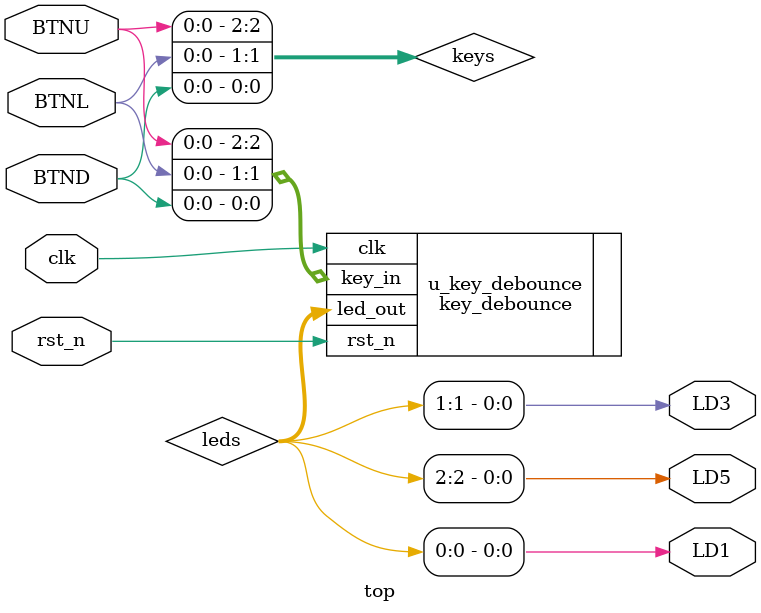
<source format=v>
`timescale 1ns / 1ps

module top(
    input clk,          // 时钟信号 W5 (100MHz)
    input rst_n,        // 复位按键 BTNC
    input BTNU,         // 上按键
    input BTNL,         // 左按键  
    input BTND,         // 下按键
    output LD5,         // LED5
    output LD3,         // LED3
    output LD1          // LED1
);

// 按键输入组合
wire [2:0] keys = {BTNU, BTNL, BTND};

// LED输出组合
wire [2:0] leds;

// 实例化按键消抖模块
key_debounce u_key_debounce(
    .clk(clk),
    .rst_n(rst_n),
    .key_in(keys),
    .led_out(leds)
);

// 分配LED输出
assign {LD5, LD3, LD1} = leds;

endmodule
</source>
